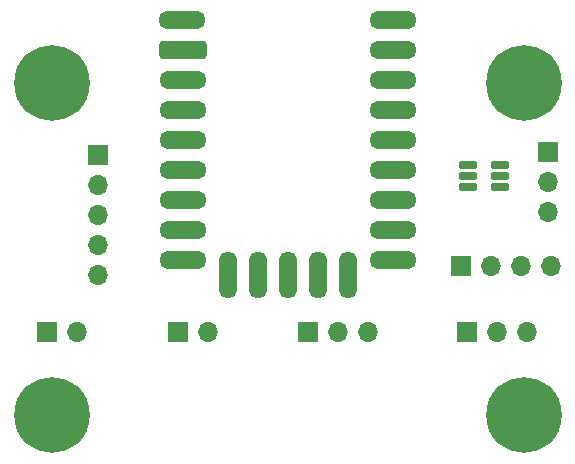
<source format=gbr>
%TF.GenerationSoftware,KiCad,Pcbnew,8.0.5*%
%TF.CreationDate,2024-09-18T02:34:05+09:00*%
%TF.ProjectId,MIDI_Pedal,4d494449-5f50-4656-9461-6c2e6b696361,rev?*%
%TF.SameCoordinates,Original*%
%TF.FileFunction,Soldermask,Top*%
%TF.FilePolarity,Negative*%
%FSLAX46Y46*%
G04 Gerber Fmt 4.6, Leading zero omitted, Abs format (unit mm)*
G04 Created by KiCad (PCBNEW 8.0.5) date 2024-09-18 02:34:05*
%MOMM*%
%LPD*%
G01*
G04 APERTURE LIST*
G04 Aperture macros list*
%AMRoundRect*
0 Rectangle with rounded corners*
0 $1 Rounding radius*
0 $2 $3 $4 $5 $6 $7 $8 $9 X,Y pos of 4 corners*
0 Add a 4 corners polygon primitive as box body*
4,1,4,$2,$3,$4,$5,$6,$7,$8,$9,$2,$3,0*
0 Add four circle primitives for the rounded corners*
1,1,$1+$1,$2,$3*
1,1,$1+$1,$4,$5*
1,1,$1+$1,$6,$7*
1,1,$1+$1,$8,$9*
0 Add four rect primitives between the rounded corners*
20,1,$1+$1,$2,$3,$4,$5,0*
20,1,$1+$1,$4,$5,$6,$7,0*
20,1,$1+$1,$6,$7,$8,$9,0*
20,1,$1+$1,$8,$9,$2,$3,0*%
G04 Aperture macros list end*
%ADD10C,0.800000*%
%ADD11C,6.400000*%
%ADD12O,4.000000X1.500000*%
%ADD13O,1.500000X4.000000*%
%ADD14RoundRect,0.250000X-1.750000X-0.500000X1.750000X-0.500000X1.750000X0.500000X-1.750000X0.500000X0*%
%ADD15R,1.700000X1.700000*%
%ADD16O,1.700000X1.700000*%
%ADD17RoundRect,0.162500X0.617500X0.162500X-0.617500X0.162500X-0.617500X-0.162500X0.617500X-0.162500X0*%
G04 APERTURE END LIST*
D10*
%TO.C,H4*%
X142600000Y-85000000D03*
X143302944Y-83302944D03*
X143302944Y-86697056D03*
X145000000Y-82600000D03*
D11*
X145000000Y-85000000D03*
D10*
X145000000Y-87400000D03*
X146697056Y-83302944D03*
X146697056Y-86697056D03*
X147400000Y-85000000D03*
%TD*%
%TO.C,H3*%
X142600000Y-56900000D03*
X143302944Y-55202944D03*
X143302944Y-58597056D03*
X145000000Y-54500000D03*
D11*
X145000000Y-56900000D03*
D10*
X145000000Y-59300000D03*
X146697056Y-55202944D03*
X146697056Y-58597056D03*
X147400000Y-56900000D03*
%TD*%
%TO.C,H2*%
X102600000Y-85000000D03*
X103302944Y-83302944D03*
X103302944Y-86697056D03*
X105000000Y-82600000D03*
D11*
X105000000Y-85000000D03*
D10*
X105000000Y-87400000D03*
X106697056Y-83302944D03*
X106697056Y-86697056D03*
X107400000Y-85000000D03*
%TD*%
%TO.C,H1*%
X102600000Y-56900000D03*
X103302944Y-55202944D03*
X103302944Y-58597056D03*
X105000000Y-54500000D03*
D11*
X105000000Y-56900000D03*
D10*
X105000000Y-59300000D03*
X106697056Y-55202944D03*
X106697056Y-58597056D03*
X107400000Y-56900000D03*
%TD*%
D12*
%TO.C,U1*%
X133920000Y-51540000D03*
X133920000Y-54080000D03*
X133920000Y-56620000D03*
X133920000Y-59160000D03*
X133920000Y-61700000D03*
X133920000Y-64240000D03*
X133920000Y-66780000D03*
X133920000Y-69320000D03*
X133920000Y-71860000D03*
D13*
X130080000Y-73160000D03*
X127540000Y-73160000D03*
X125000000Y-73160000D03*
X122460000Y-73160000D03*
X119920000Y-73160000D03*
D12*
X116130000Y-71860000D03*
X116130000Y-69320000D03*
X116130000Y-66780000D03*
X116130000Y-64240000D03*
X116130000Y-61700000D03*
X116130000Y-59160000D03*
X116130000Y-56620000D03*
D14*
X116130000Y-54080000D03*
D12*
X116080000Y-51540000D03*
%TD*%
D15*
%TO.C,J5*%
X115668000Y-77978000D03*
D16*
X118208000Y-77978000D03*
%TD*%
D15*
%TO.C,J7*%
X140208000Y-77978000D03*
D16*
X142748000Y-77978000D03*
X145288000Y-77978000D03*
%TD*%
D15*
%TO.C,J1*%
X139710000Y-72390000D03*
D16*
X142250000Y-72390000D03*
X144790000Y-72390000D03*
X147330000Y-72390000D03*
%TD*%
D15*
%TO.C,J6*%
X126688000Y-77978000D03*
D16*
X129228000Y-77978000D03*
X131768000Y-77978000D03*
%TD*%
D15*
%TO.C,J2*%
X108966000Y-62992000D03*
D16*
X108966000Y-65532000D03*
X108966000Y-68072000D03*
X108966000Y-70612000D03*
X108966000Y-73152000D03*
%TD*%
D15*
%TO.C,J4*%
X104648000Y-77978000D03*
D16*
X107188000Y-77978000D03*
%TD*%
D15*
%TO.C,J3*%
X147066000Y-62738000D03*
D16*
X147066000Y-65278000D03*
X147066000Y-67818000D03*
%TD*%
D17*
%TO.C,U2*%
X140302000Y-65720000D03*
X140302000Y-64770000D03*
X140302000Y-63820000D03*
X143002000Y-63820000D03*
X143002000Y-64770000D03*
X143002000Y-65720000D03*
%TD*%
M02*

</source>
